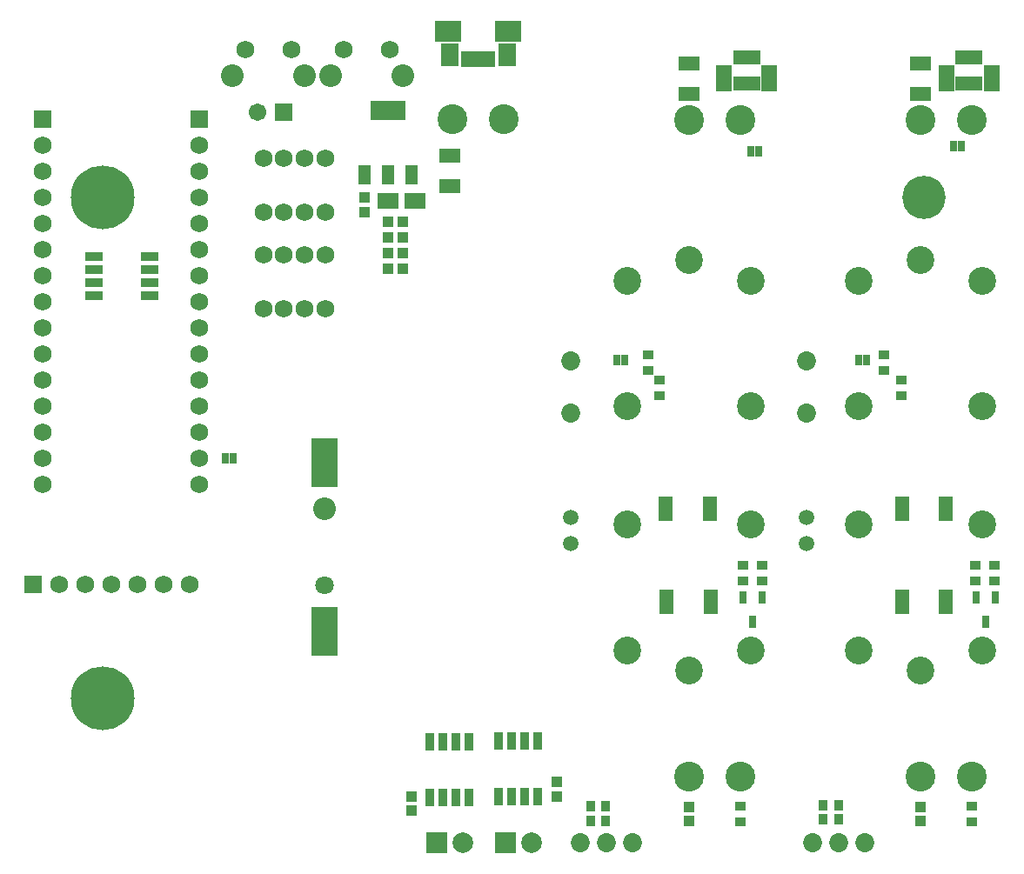
<source format=gbs>
G04*
G04 #@! TF.GenerationSoftware,Altium Limited,Altium Designer,19.0.10 (269)*
G04*
G04 Layer_Color=16711935*
%FSLAX25Y25*%
%MOIN*%
G70*
G01*
G75*
%ADD41R,0.04343X0.03556*%
%ADD43R,0.02769X0.03950*%
%ADD46R,0.03556X0.04343*%
%ADD47R,0.03950X0.04343*%
%ADD52R,0.04343X0.03950*%
%ADD55C,0.07296*%
%ADD56C,0.05918*%
%ADD57C,0.06824*%
%ADD58R,0.06824X0.06824*%
%ADD59C,0.11430*%
%ADD60R,0.07887X0.07887*%
%ADD61C,0.07887*%
%ADD62C,0.07099*%
%ADD63C,0.08674*%
%ADD64C,0.06706*%
%ADD65R,0.06706X0.06706*%
%ADD66C,0.06800*%
%ADD67C,0.06902*%
%ADD68R,0.06800X0.06800*%
%ADD69C,0.24422*%
%ADD70C,0.16548*%
%ADD71C,0.10642*%
%ADD111R,0.02572X0.05524*%
%ADD112R,0.06312X0.01981*%
%ADD113R,0.13595X0.07296*%
%ADD114R,0.04540X0.07296*%
%ADD115R,0.07887X0.05524*%
%ADD116R,0.03359X0.06804*%
%ADD117R,0.09855X0.18517*%
%ADD118R,0.06804X0.03359*%
%ADD119R,0.07887X0.05918*%
%ADD120R,0.10150X0.08280*%
%ADD121R,0.06607X0.09068*%
%ADD122R,0.02572X0.06233*%
%ADD123R,0.05721X0.09265*%
%ADD124R,0.03162X0.04737*%
D41*
X51500Y35453D02*
D03*
Y29547D02*
D03*
X56000Y25953D02*
D03*
Y20047D02*
D03*
X142000Y35453D02*
D03*
Y29547D02*
D03*
X148500Y25953D02*
D03*
Y20047D02*
D03*
X87028Y-143453D02*
D03*
Y-137547D02*
D03*
X175500Y-143453D02*
D03*
Y-137547D02*
D03*
X184291Y-45047D02*
D03*
Y-50953D02*
D03*
X177000Y-50953D02*
D03*
Y-45047D02*
D03*
X95276Y-50953D02*
D03*
Y-45047D02*
D03*
X87795Y-45047D02*
D03*
Y-50953D02*
D03*
D43*
X93779Y113500D02*
D03*
X90780D02*
D03*
X-110500Y-4000D02*
D03*
X-107500D02*
D03*
X171500Y115500D02*
D03*
X168500D02*
D03*
X42500Y33500D02*
D03*
X39500D02*
D03*
X135161D02*
D03*
X132161D02*
D03*
D46*
X124453Y-142500D02*
D03*
X118547D02*
D03*
X118547Y-137000D02*
D03*
X124453D02*
D03*
X35405Y-143000D02*
D03*
X29500D02*
D03*
Y-137500D02*
D03*
X35405D02*
D03*
D47*
X-42488Y68500D02*
D03*
X-48000D02*
D03*
X-42488Y74500D02*
D03*
X-48000D02*
D03*
X-42488Y80500D02*
D03*
X-48000D02*
D03*
X-42488Y86500D02*
D03*
X-48000D02*
D03*
D52*
X-38945Y-139256D02*
D03*
Y-133744D02*
D03*
X16500Y-133756D02*
D03*
Y-128244D02*
D03*
X-57055Y90244D02*
D03*
Y95756D02*
D03*
X67343Y-137744D02*
D03*
Y-143256D02*
D03*
X155815Y-137744D02*
D03*
Y-143256D02*
D03*
D55*
X112185Y33094D02*
D03*
Y13094D02*
D03*
X21976Y33094D02*
D03*
Y13094D02*
D03*
X134500Y-151500D02*
D03*
X124500D02*
D03*
X114500D02*
D03*
X45500D02*
D03*
X35500D02*
D03*
X25500D02*
D03*
D56*
X112185Y-26906D02*
D03*
Y-36906D02*
D03*
X21976Y-26906D02*
D03*
Y-36906D02*
D03*
D57*
X-120500Y-14000D02*
D03*
X-180500D02*
D03*
X-120500Y-4000D02*
D03*
X-180500D02*
D03*
X-120500Y6000D02*
D03*
X-180500D02*
D03*
X-120500Y16000D02*
D03*
X-180500D02*
D03*
X-120500Y26000D02*
D03*
X-180500D02*
D03*
X-120500Y36000D02*
D03*
X-180500D02*
D03*
X-120500Y46000D02*
D03*
X-180500D02*
D03*
X-120500Y56000D02*
D03*
X-180500D02*
D03*
X-120500Y66000D02*
D03*
X-180500D02*
D03*
X-120500Y76000D02*
D03*
X-180500D02*
D03*
X-120500Y86000D02*
D03*
X-180500D02*
D03*
X-120500Y96000D02*
D03*
X-180500D02*
D03*
X-120500Y106000D02*
D03*
X-180500D02*
D03*
X-120500Y116000D02*
D03*
X-180500D02*
D03*
D58*
X-120500Y126000D02*
D03*
X-180500D02*
D03*
D59*
X67216Y-126000D02*
D03*
X86901D02*
D03*
X-3658Y125906D02*
D03*
X-23343D02*
D03*
X67216Y125500D02*
D03*
X86901D02*
D03*
X155815D02*
D03*
X175500D02*
D03*
Y-126000D02*
D03*
X155815D02*
D03*
D60*
X-3000Y-151500D02*
D03*
X-29500D02*
D03*
D61*
X7000D02*
D03*
X-19500D02*
D03*
D62*
X-72500Y-52665D02*
D03*
D63*
Y-23335D02*
D03*
X-70098Y142697D02*
D03*
X-42500D02*
D03*
X-107658D02*
D03*
X-80059D02*
D03*
D64*
X-97937Y128500D02*
D03*
D65*
X-87937D02*
D03*
D66*
X-72189Y53167D02*
D03*
X-95811D02*
D03*
X-87937D02*
D03*
X-80063D02*
D03*
X-72189Y73888D02*
D03*
X-95811D02*
D03*
X-87937D02*
D03*
X-80063D02*
D03*
X-95811Y90279D02*
D03*
X-72189D02*
D03*
X-80063D02*
D03*
X-87937D02*
D03*
X-95811Y111000D02*
D03*
X-72189D02*
D03*
X-80063D02*
D03*
X-87937D02*
D03*
X-124000Y-52500D02*
D03*
X-134000D02*
D03*
X-144000D02*
D03*
X-154000D02*
D03*
X-164000D02*
D03*
X-174000D02*
D03*
D67*
X-65158Y152500D02*
D03*
X-47441D02*
D03*
X-102717D02*
D03*
X-85000D02*
D03*
D68*
X-184000Y-52500D02*
D03*
D69*
X-157283Y-96063D02*
D03*
Y96063D02*
D03*
D70*
X157283D02*
D03*
D71*
X132193Y15872D02*
D03*
Y63903D02*
D03*
X179437Y15872D02*
D03*
Y63903D02*
D03*
X155815Y71777D02*
D03*
X43595Y15872D02*
D03*
Y63903D02*
D03*
X90838Y15872D02*
D03*
Y63903D02*
D03*
X67216Y71777D02*
D03*
X179437Y-29563D02*
D03*
Y-77595D02*
D03*
X132193Y-29563D02*
D03*
Y-77595D02*
D03*
X155815Y-85469D02*
D03*
X90838Y-29563D02*
D03*
Y-77595D02*
D03*
X43595Y-29563D02*
D03*
Y-77595D02*
D03*
X67216Y-85469D02*
D03*
D111*
X93339Y139579D02*
D03*
X90780D02*
D03*
X88221D02*
D03*
X85661D02*
D03*
Y149421D02*
D03*
X88221D02*
D03*
X90780D02*
D03*
X93339D02*
D03*
X178339Y139579D02*
D03*
X175779D02*
D03*
X173221D02*
D03*
X170661D02*
D03*
Y149421D02*
D03*
X173221D02*
D03*
X175779D02*
D03*
X178339D02*
D03*
D112*
X98000Y145516D02*
D03*
Y143547D02*
D03*
Y141579D02*
D03*
Y139610D02*
D03*
Y137642D02*
D03*
X80677D02*
D03*
Y139610D02*
D03*
Y141579D02*
D03*
Y143547D02*
D03*
Y145516D02*
D03*
X183161D02*
D03*
Y143547D02*
D03*
Y141579D02*
D03*
Y139610D02*
D03*
Y137642D02*
D03*
X165839D02*
D03*
Y139610D02*
D03*
Y141579D02*
D03*
Y143547D02*
D03*
Y145516D02*
D03*
D113*
X-48000Y129402D02*
D03*
D114*
X-57055Y104598D02*
D03*
X-48000D02*
D03*
X-38945D02*
D03*
D115*
X-24500Y100221D02*
D03*
Y112031D02*
D03*
X67216Y147406D02*
D03*
Y135594D02*
D03*
X155815Y147406D02*
D03*
Y135594D02*
D03*
D116*
X-17000Y-112646D02*
D03*
X-22000D02*
D03*
X-27000D02*
D03*
X-32000D02*
D03*
Y-134000D02*
D03*
X-27000D02*
D03*
X-22000D02*
D03*
X-17000D02*
D03*
X9264Y-112323D02*
D03*
X4264D02*
D03*
X-736D02*
D03*
X-5736D02*
D03*
Y-133677D02*
D03*
X-736D02*
D03*
X4264D02*
D03*
X9264D02*
D03*
D117*
X-72500Y-70284D02*
D03*
Y-5717D02*
D03*
D118*
X-139500Y73388D02*
D03*
Y68388D02*
D03*
Y63388D02*
D03*
Y58388D02*
D03*
X-160854D02*
D03*
Y63388D02*
D03*
Y68388D02*
D03*
Y73388D02*
D03*
D119*
X-37764Y94500D02*
D03*
X-48000D02*
D03*
D120*
X-2034Y159500D02*
D03*
X-24967D02*
D03*
D121*
X-24524Y150445D02*
D03*
X-2476D02*
D03*
D122*
X-8382Y149028D02*
D03*
X-10941D02*
D03*
X-13500D02*
D03*
X-16059D02*
D03*
X-18618D02*
D03*
D123*
X165748Y-23500D02*
D03*
X148819D02*
D03*
X165748Y-59000D02*
D03*
X148819D02*
D03*
X58720D02*
D03*
X75650D02*
D03*
X58220Y-23500D02*
D03*
X75150D02*
D03*
D124*
X177165Y-57276D02*
D03*
X184646D02*
D03*
X180905Y-66724D02*
D03*
X91535D02*
D03*
X95276Y-57276D02*
D03*
X87795D02*
D03*
M02*

</source>
